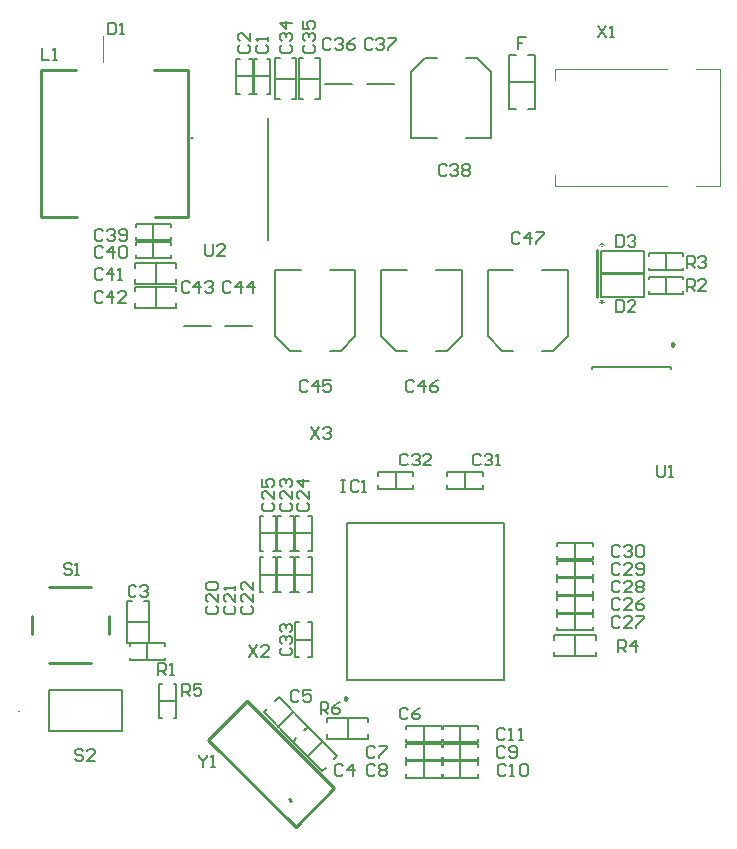
<source format=gto>
G04*
G04 #@! TF.GenerationSoftware,Altium Limited,Altium Designer,24.4.1 (13)*
G04*
G04 Layer_Color=65535*
%FSLAX25Y25*%
%MOIN*%
G70*
G04*
G04 #@! TF.SameCoordinates,15B434A4-4527-47F9-A3CB-D7505B607EAD*
G04*
G04*
G04 #@! TF.FilePolarity,Positive*
G04*
G01*
G75*
%ADD10C,0.01000*%
%ADD11C,0.00787*%
%ADD12C,0.00984*%
%ADD13C,0.00394*%
%ADD14C,0.00591*%
G36*
X300976Y400655D02*
X300971Y400650D01*
X300961Y400640D01*
X300946Y400620D01*
X300926Y400595D01*
X300901Y400565D01*
X300871Y400530D01*
X300806Y400450D01*
X300736Y400370D01*
X300666Y400290D01*
X300596Y400215D01*
X300566Y400185D01*
X300541Y400160D01*
X300546D01*
X300556Y400155D01*
X300576D01*
X300601Y400150D01*
X300631Y400140D01*
X300666Y400135D01*
X300746Y400115D01*
X300846Y400095D01*
X300956Y400070D01*
X301066Y400040D01*
X301181Y400010D01*
X301061Y399640D01*
X301056D01*
X301041Y399645D01*
X301021Y399655D01*
X300991Y399665D01*
X300961Y399675D01*
X300921Y399690D01*
X300831Y399725D01*
X300731Y399765D01*
X300631Y399810D01*
X300536Y399850D01*
X300496Y399875D01*
X300456Y399895D01*
Y399890D01*
Y399875D01*
X300461Y399850D01*
X300466Y399820D01*
Y399780D01*
X300471Y399735D01*
X300481Y399635D01*
X300491Y399525D01*
X300496Y399420D01*
X300506Y399320D01*
Y399275D01*
Y399240D01*
X300126D01*
Y399245D01*
Y399250D01*
Y399265D01*
Y399285D01*
X300131Y399310D01*
Y399345D01*
X300136Y399420D01*
X300146Y399515D01*
X300156Y399625D01*
X300171Y399750D01*
X300191Y399890D01*
X300186D01*
X300176Y399885D01*
X300161Y399875D01*
X300141Y399865D01*
X300116Y399855D01*
X300086Y399840D01*
X300011Y399810D01*
X299921Y399770D01*
X299811Y399725D01*
X299696Y399685D01*
X299571Y399640D01*
X299446Y400010D01*
X299451D01*
X299461Y400015D01*
X299481Y400020D01*
X299501Y400030D01*
X299531Y400040D01*
X299571Y400050D01*
X299651Y400070D01*
X299751Y400095D01*
X299861Y400120D01*
X299981Y400145D01*
X300101Y400160D01*
X300091Y400165D01*
X300071Y400185D01*
X300036Y400225D01*
X299986Y400275D01*
X299921Y400340D01*
X299841Y400430D01*
X299751Y400530D01*
X299706Y400590D01*
X299651Y400655D01*
X299966Y400875D01*
X299971Y400865D01*
X299991Y400835D01*
X300026Y400790D01*
X300066Y400730D01*
X300121Y400650D01*
X300181Y400550D01*
X300251Y400440D01*
X300326Y400315D01*
Y400320D01*
X300336Y400330D01*
X300346Y400350D01*
X300361Y400375D01*
X300376Y400405D01*
X300396Y400440D01*
X300441Y400525D01*
X300496Y400615D01*
X300551Y400705D01*
X300611Y400795D01*
X300666Y400875D01*
X300976Y400655D01*
D02*
G37*
G36*
Y419749D02*
X300971Y419744D01*
X300961Y419734D01*
X300946Y419714D01*
X300926Y419689D01*
X300901Y419659D01*
X300871Y419624D01*
X300806Y419544D01*
X300736Y419464D01*
X300666Y419384D01*
X300596Y419309D01*
X300566Y419279D01*
X300541Y419254D01*
X300546D01*
X300556Y419249D01*
X300576D01*
X300601Y419244D01*
X300631Y419234D01*
X300666Y419229D01*
X300746Y419209D01*
X300846Y419189D01*
X300956Y419164D01*
X301066Y419134D01*
X301181Y419104D01*
X301061Y418734D01*
X301056D01*
X301041Y418739D01*
X301021Y418749D01*
X300991Y418759D01*
X300961Y418769D01*
X300921Y418784D01*
X300831Y418819D01*
X300731Y418859D01*
X300631Y418904D01*
X300536Y418944D01*
X300496Y418969D01*
X300456Y418989D01*
Y418984D01*
Y418969D01*
X300461Y418944D01*
X300466Y418914D01*
Y418874D01*
X300471Y418829D01*
X300481Y418729D01*
X300491Y418619D01*
X300496Y418514D01*
X300506Y418414D01*
Y418369D01*
Y418334D01*
X300126D01*
Y418339D01*
Y418344D01*
Y418359D01*
Y418379D01*
X300131Y418404D01*
Y418439D01*
X300136Y418514D01*
X300146Y418609D01*
X300156Y418719D01*
X300171Y418844D01*
X300191Y418984D01*
X300186D01*
X300176Y418979D01*
X300161Y418969D01*
X300141Y418959D01*
X300116Y418949D01*
X300086Y418934D01*
X300011Y418904D01*
X299921Y418864D01*
X299811Y418819D01*
X299696Y418779D01*
X299571Y418734D01*
X299446Y419104D01*
X299451D01*
X299461Y419109D01*
X299481Y419114D01*
X299501Y419124D01*
X299531Y419134D01*
X299571Y419144D01*
X299651Y419164D01*
X299751Y419189D01*
X299861Y419214D01*
X299981Y419239D01*
X300101Y419254D01*
X300091Y419259D01*
X300071Y419279D01*
X300036Y419319D01*
X299986Y419369D01*
X299921Y419434D01*
X299841Y419524D01*
X299751Y419624D01*
X299706Y419684D01*
X299651Y419749D01*
X299966Y419969D01*
X299971Y419959D01*
X299991Y419929D01*
X300026Y419884D01*
X300066Y419824D01*
X300121Y419744D01*
X300181Y419644D01*
X300251Y419534D01*
X300326Y419409D01*
Y419414D01*
X300336Y419424D01*
X300346Y419444D01*
X300361Y419469D01*
X300376Y419499D01*
X300396Y419534D01*
X300441Y419619D01*
X300496Y419709D01*
X300551Y419799D01*
X300611Y419889D01*
X300666Y419969D01*
X300976Y419749D01*
D02*
G37*
D10*
X196081Y234199D02*
X196752Y233793D01*
X196154Y234301D01*
X198201Y224878D02*
X211146Y237823D01*
X168970Y254109D02*
X181915Y267054D01*
X168970Y254109D02*
X198201Y224878D01*
X181915Y267054D02*
X211146Y237823D01*
X116142Y305118D02*
X129921D01*
X135827Y289370D02*
Y295276D01*
X116142Y279527D02*
X129921D01*
X110236Y289370D02*
Y295276D01*
X162402Y428150D02*
Y477362D01*
X113189Y428150D02*
Y477362D01*
X151268Y428150D02*
X162402D01*
X150996Y477362D02*
X162402D01*
X113189D02*
X125024D01*
X113189Y428150D02*
X125295D01*
D11*
X164102Y454681D02*
X163402D01*
X164102D01*
X314173Y401772D02*
Y409252D01*
X300000Y401772D02*
X314173D01*
X300000Y409252D02*
X314173D01*
X300000Y401772D02*
Y409252D01*
X189012Y420551D02*
Y461339D01*
X323386Y377756D02*
Y378346D01*
X297008D02*
X323386D01*
X297008Y377756D02*
Y378346D01*
X140354Y256811D02*
Y270748D01*
X115945Y256811D02*
X140354D01*
X115945D02*
Y270748D01*
X140354D01*
X215260Y274047D02*
Y326409D01*
X267622D01*
Y274047D02*
Y326409D01*
X215260Y274047D02*
X267622D01*
X300000Y409646D02*
Y417126D01*
X314173D01*
X300000Y409646D02*
X314173D01*
Y417126D01*
X267077Y383760D02*
X270768D01*
X262205Y388632D02*
X267077Y383760D01*
X284104D02*
X288976Y388632D01*
X280413Y383760D02*
X284104D01*
X262205Y388632D02*
Y410532D01*
X270768D01*
X280413D02*
X288976D01*
Y388632D02*
Y410532D01*
X231644Y383760D02*
X235335D01*
X226772Y388632D02*
X231644Y383760D01*
X248671D02*
X253543Y388632D01*
X244980Y383760D02*
X248671D01*
X226772Y388632D02*
Y410532D01*
X235335D01*
X244980D02*
X253543D01*
Y388632D02*
Y410532D01*
X196211Y383760D02*
X199902D01*
X191339Y388632D02*
X196211Y383760D01*
X213238D02*
X218110Y388632D01*
X209547Y383760D02*
X213238D01*
X191339Y388632D02*
Y410532D01*
X199902D01*
X209547D02*
X218110D01*
Y388632D02*
Y410532D01*
X174606Y391850D02*
X183661D01*
X160827D02*
X169882D01*
X254823Y481398D02*
X258514D01*
X263386Y476526D01*
X236614D02*
X241486Y481398D01*
X245177D01*
X263386Y454626D02*
Y476526D01*
X254823Y454626D02*
X263386D01*
X236614D02*
X245177D01*
X236614D02*
Y476526D01*
X221850Y472559D02*
X230906D01*
X208071D02*
X217126D01*
X206496Y262796D02*
Y266732D01*
X208464D01*
X209120Y266076D01*
Y264764D01*
X208464Y264108D01*
X206496D01*
X207808D02*
X209120Y262796D01*
X213056Y266732D02*
X211744Y266076D01*
X210432Y264764D01*
Y263452D01*
X211088Y262796D01*
X212400D01*
X213056Y263452D01*
Y264108D01*
X212400Y264764D01*
X210432D01*
X304921Y400590D02*
Y396654D01*
X306889D01*
X307545Y397310D01*
Y399934D01*
X306889Y400590D01*
X304921D01*
X311481Y396654D02*
X308857D01*
X311481Y399278D01*
Y399934D01*
X310825Y400590D01*
X309513D01*
X308857Y399934D01*
X273096Y422572D02*
X272440Y423228D01*
X271128D01*
X270472Y422572D01*
Y419948D01*
X271128Y419292D01*
X272440D01*
X273096Y419948D01*
X276376Y419292D02*
Y423228D01*
X274408Y421260D01*
X277032D01*
X278344Y423228D02*
X280968D01*
Y422572D01*
X278344Y419948D01*
Y419292D01*
X237663Y373359D02*
X237007Y374015D01*
X235695D01*
X235039Y373359D01*
Y370735D01*
X235695Y370079D01*
X237007D01*
X237663Y370735D01*
X240943Y370079D02*
Y374015D01*
X238975Y372047D01*
X241599D01*
X245535Y374015D02*
X244223Y373359D01*
X242911Y372047D01*
Y370735D01*
X243567Y370079D01*
X244879D01*
X245535Y370735D01*
Y371391D01*
X244879Y372047D01*
X242911D01*
X202230Y373359D02*
X201574Y374015D01*
X200262D01*
X199606Y373359D01*
Y370735D01*
X200262Y370079D01*
X201574D01*
X202230Y370735D01*
X205510Y370079D02*
Y374015D01*
X203542Y372047D01*
X206166D01*
X210102Y374015D02*
X207478D01*
Y372047D01*
X208790Y372703D01*
X209446D01*
X210102Y372047D01*
Y370735D01*
X209446Y370079D01*
X208134D01*
X207478Y370735D01*
X176624Y406380D02*
X175968Y407036D01*
X174656D01*
X174000Y406380D01*
Y403756D01*
X174656Y403100D01*
X175968D01*
X176624Y403756D01*
X179904Y403100D02*
Y407036D01*
X177936Y405068D01*
X180560D01*
X183839Y403100D02*
Y407036D01*
X181871Y405068D01*
X184495D01*
X162824Y406380D02*
X162168Y407036D01*
X160856D01*
X160200Y406380D01*
Y403756D01*
X160856Y403100D01*
X162168D01*
X162824Y403756D01*
X166104Y403100D02*
Y407036D01*
X164136Y405068D01*
X166760D01*
X168071Y406380D02*
X168727Y407036D01*
X170039D01*
X170695Y406380D01*
Y405724D01*
X170039Y405068D01*
X169383D01*
X170039D01*
X170695Y404412D01*
Y403756D01*
X170039Y403100D01*
X168727D01*
X168071Y403756D01*
X133847Y402818D02*
X133192Y403474D01*
X131880D01*
X131224Y402818D01*
Y400195D01*
X131880Y399539D01*
X133192D01*
X133847Y400195D01*
X137127Y399539D02*
Y403474D01*
X135159Y401506D01*
X137783D01*
X141719Y399539D02*
X139095D01*
X141719Y402162D01*
Y402818D01*
X141063Y403474D01*
X139751D01*
X139095Y402818D01*
X133847Y410718D02*
X133192Y411374D01*
X131880D01*
X131224Y410718D01*
Y408095D01*
X131880Y407439D01*
X133192D01*
X133847Y408095D01*
X137127Y407439D02*
Y411374D01*
X135159Y409406D01*
X137783D01*
X139095Y407439D02*
X140407D01*
X139751D01*
Y411374D01*
X139095Y410718D01*
X134047Y417818D02*
X133391Y418474D01*
X132080D01*
X131424Y417818D01*
Y415195D01*
X132080Y414539D01*
X133391D01*
X134047Y415195D01*
X137327Y414539D02*
Y418474D01*
X135359Y416506D01*
X137983D01*
X139295Y417818D02*
X139951Y418474D01*
X141263D01*
X141919Y417818D01*
Y415195D01*
X141263Y414539D01*
X139951D01*
X139295Y415195D01*
Y417818D01*
X134047Y423718D02*
X133391Y424374D01*
X132080D01*
X131424Y423718D01*
Y421095D01*
X132080Y420439D01*
X133391D01*
X134047Y421095D01*
X135359Y423718D02*
X136015Y424374D01*
X137327D01*
X137983Y423718D01*
Y423062D01*
X137327Y422406D01*
X136671D01*
X137327D01*
X137983Y421750D01*
Y421095D01*
X137327Y420439D01*
X136015D01*
X135359Y421095D01*
X139295D02*
X139951Y420439D01*
X141263D01*
X141919Y421095D01*
Y423718D01*
X141263Y424374D01*
X139951D01*
X139295Y423718D01*
Y423062D01*
X139951Y422406D01*
X141919D01*
X248490Y445210D02*
X247834Y445865D01*
X246522D01*
X245866Y445210D01*
Y442586D01*
X246522Y441930D01*
X247834D01*
X248490Y442586D01*
X249802Y445210D02*
X250458Y445865D01*
X251770D01*
X252426Y445210D01*
Y444554D01*
X251770Y443898D01*
X251114D01*
X251770D01*
X252426Y443242D01*
Y442586D01*
X251770Y441930D01*
X250458D01*
X249802Y442586D01*
X253738Y445210D02*
X254394Y445865D01*
X255705D01*
X256361Y445210D01*
Y444554D01*
X255705Y443898D01*
X256361Y443242D01*
Y442586D01*
X255705Y441930D01*
X254394D01*
X253738Y442586D01*
Y443242D01*
X254394Y443898D01*
X253738Y444554D01*
Y445210D01*
X254394Y443898D02*
X255705D01*
X223824Y487180D02*
X223168Y487836D01*
X221856D01*
X221200Y487180D01*
Y484556D01*
X221856Y483900D01*
X223168D01*
X223824Y484556D01*
X225136Y487180D02*
X225792Y487836D01*
X227104D01*
X227760Y487180D01*
Y486524D01*
X227104Y485868D01*
X226448D01*
X227104D01*
X227760Y485212D01*
Y484556D01*
X227104Y483900D01*
X225792D01*
X225136Y484556D01*
X229071Y487836D02*
X231695D01*
Y487180D01*
X229071Y484556D01*
Y483900D01*
X210024Y487180D02*
X209368Y487836D01*
X208056D01*
X207400Y487180D01*
Y484556D01*
X208056Y483900D01*
X209368D01*
X210024Y484556D01*
X211336Y487180D02*
X211992Y487836D01*
X213304D01*
X213960Y487180D01*
Y486524D01*
X213304Y485868D01*
X212648D01*
X213304D01*
X213960Y485212D01*
Y484556D01*
X213304Y483900D01*
X211992D01*
X211336Y484556D01*
X217895Y487836D02*
X216583Y487180D01*
X215271Y485868D01*
Y484556D01*
X215927Y483900D01*
X217239D01*
X217895Y484556D01*
Y485212D01*
X217239Y485868D01*
X215271D01*
X201444Y485695D02*
X200788Y485039D01*
Y483727D01*
X201444Y483071D01*
X204068D01*
X204724Y483727D01*
Y485039D01*
X204068Y485695D01*
X201444Y487007D02*
X200788Y487663D01*
Y488975D01*
X201444Y489630D01*
X202100D01*
X202756Y488975D01*
Y488318D01*
Y488975D01*
X203412Y489630D01*
X204068D01*
X204724Y488975D01*
Y487663D01*
X204068Y487007D01*
X200788Y493566D02*
Y490942D01*
X202756D01*
X202100Y492254D01*
Y492910D01*
X202756Y493566D01*
X204068D01*
X204724Y492910D01*
Y491598D01*
X204068Y490942D01*
X193570Y485695D02*
X192914Y485039D01*
Y483727D01*
X193570Y483071D01*
X196194D01*
X196850Y483727D01*
Y485039D01*
X196194Y485695D01*
X193570Y487007D02*
X192914Y487663D01*
Y488975D01*
X193570Y489630D01*
X194226D01*
X194882Y488975D01*
Y488318D01*
Y488975D01*
X195538Y489630D01*
X196194D01*
X196850Y488975D01*
Y487663D01*
X196194Y487007D01*
X196850Y492910D02*
X192914D01*
X194882Y490942D01*
Y493566D01*
X166142Y249015D02*
Y248359D01*
X167454Y247047D01*
X168766Y248359D01*
Y249015D01*
X167454Y247047D02*
Y245079D01*
X170078D02*
X171389D01*
X170733D01*
Y249015D01*
X170078Y248359D01*
X203300Y358336D02*
X205924Y354400D01*
Y358336D02*
X203300Y354400D01*
X207236Y357680D02*
X207892Y358336D01*
X209204D01*
X209860Y357680D01*
Y357024D01*
X209204Y356368D01*
X208548D01*
X209204D01*
X209860Y355712D01*
Y355056D01*
X209204Y354400D01*
X207892D01*
X207236Y355056D01*
X182600Y285536D02*
X185224Y281600D01*
Y285536D02*
X182600Y281600D01*
X189160D02*
X186536D01*
X189160Y284224D01*
Y284880D01*
X188504Y285536D01*
X187192D01*
X186536Y284880D01*
X299016Y492125D02*
X301640Y488190D01*
Y492125D02*
X299016Y488190D01*
X302952D02*
X304263D01*
X303608D01*
Y492125D01*
X302952Y491469D01*
X168110Y419291D02*
Y416011D01*
X168766Y415355D01*
X170078D01*
X170734Y416011D01*
Y419291D01*
X174670Y415355D02*
X172046D01*
X174670Y417979D01*
Y418635D01*
X174014Y419291D01*
X172702D01*
X172046Y418635D01*
X318701Y345472D02*
Y342192D01*
X319357Y341536D01*
X320669D01*
X321325Y342192D01*
Y345472D01*
X322637Y341536D02*
X323948D01*
X323292D01*
Y345472D01*
X322637Y344816D01*
X127427Y250328D02*
X126771Y250984D01*
X125459D01*
X124803Y250328D01*
Y249672D01*
X125459Y249016D01*
X126771D01*
X127427Y248360D01*
Y247704D01*
X126771Y247048D01*
X125459D01*
X124803Y247704D01*
X131363Y247048D02*
X128739D01*
X131363Y249672D01*
Y250328D01*
X130707Y250984D01*
X129395D01*
X128739Y250328D01*
X123490Y312335D02*
X122834Y312991D01*
X121522D01*
X120866Y312335D01*
Y311680D01*
X121522Y311024D01*
X122834D01*
X123490Y310368D01*
Y309712D01*
X122834Y309056D01*
X121522D01*
X120866Y309712D01*
X124802Y309056D02*
X126114D01*
X125458D01*
Y312991D01*
X124802Y312335D01*
X160236Y268701D02*
Y272637D01*
X162204D01*
X162860Y271981D01*
Y270669D01*
X162204Y270013D01*
X160236D01*
X161548D02*
X162860Y268701D01*
X166796Y272637D02*
X164172D01*
Y270669D01*
X165484Y271325D01*
X166140D01*
X166796Y270669D01*
Y269357D01*
X166140Y268701D01*
X164828D01*
X164172Y269357D01*
X305775Y283465D02*
Y287401D01*
X307743D01*
X308399Y286745D01*
Y285433D01*
X307743Y284777D01*
X305775D01*
X307087D02*
X308399Y283465D01*
X311679D02*
Y287401D01*
X309711Y285433D01*
X312335D01*
X328543Y411418D02*
Y415354D01*
X330511D01*
X331167Y414698D01*
Y413386D01*
X330511Y412730D01*
X328543D01*
X329855D02*
X331167Y411418D01*
X332479Y414698D02*
X333135Y415354D01*
X334447D01*
X335103Y414698D01*
Y414042D01*
X334447Y413386D01*
X333791D01*
X334447D01*
X335103Y412730D01*
Y412074D01*
X334447Y411418D01*
X333135D01*
X332479Y412074D01*
X328543Y403544D02*
Y407480D01*
X330511D01*
X331167Y406824D01*
Y405512D01*
X330511Y404856D01*
X328543D01*
X329855D02*
X331167Y403544D01*
X335103D02*
X332479D01*
X335103Y406168D01*
Y406824D01*
X334447Y407480D01*
X333135D01*
X332479Y406824D01*
X152362Y275591D02*
Y279527D01*
X154330D01*
X154986Y278871D01*
Y277559D01*
X154330Y276903D01*
X152362D01*
X153674D02*
X154986Y275591D01*
X156298D02*
X157610D01*
X156954D01*
Y279527D01*
X156298Y278871D01*
X113500Y484636D02*
Y480700D01*
X116124D01*
X117436D02*
X118748D01*
X118092D01*
Y484636D01*
X117436Y483980D01*
X213256Y340551D02*
X214568D01*
X213912D01*
Y336615D01*
X213256D01*
X214568D01*
X219160Y339895D02*
X218504Y340551D01*
X217192D01*
X216536Y339895D01*
Y337271D01*
X217192Y336615D01*
X218504D01*
X219160Y337271D01*
X220472Y336615D02*
X221783D01*
X221128D01*
Y340551D01*
X220472Y339895D01*
X275065Y488188D02*
X272441D01*
Y486221D01*
X273753D01*
X272441D01*
Y484253D01*
X304921Y422243D02*
Y418308D01*
X306889D01*
X307545Y418964D01*
Y421588D01*
X306889Y422243D01*
X304921D01*
X308857Y421588D02*
X309513Y422243D01*
X310825D01*
X311481Y421588D01*
Y420931D01*
X310825Y420276D01*
X310169D01*
X310825D01*
X311481Y419620D01*
Y418964D01*
X310825Y418308D01*
X309513D01*
X308857Y418964D01*
X135630Y493110D02*
Y489174D01*
X137598D01*
X138254Y489830D01*
Y492454D01*
X137598Y493110D01*
X135630D01*
X139566Y489174D02*
X140878D01*
X140222D01*
Y493110D01*
X139566Y492454D01*
X259843Y348753D02*
X259187Y349409D01*
X257875D01*
X257219Y348753D01*
Y346129D01*
X257875Y345473D01*
X259187D01*
X259843Y346129D01*
X261155Y348753D02*
X261811Y349409D01*
X263123D01*
X263779Y348753D01*
Y348097D01*
X263123Y347441D01*
X262467D01*
X263123D01*
X263779Y346785D01*
Y346129D01*
X263123Y345473D01*
X261811D01*
X261155Y346129D01*
X265091Y345473D02*
X266403D01*
X265747D01*
Y349409D01*
X265091Y348753D01*
X193570Y284778D02*
X192914Y284122D01*
Y282810D01*
X193570Y282154D01*
X196194D01*
X196850Y282810D01*
Y284122D01*
X196194Y284778D01*
X193570Y286090D02*
X192914Y286746D01*
Y288057D01*
X193570Y288714D01*
X194226D01*
X194882Y288057D01*
Y287402D01*
Y288057D01*
X195538Y288714D01*
X196194D01*
X196850Y288057D01*
Y286746D01*
X196194Y286090D01*
X193570Y290025D02*
X192914Y290681D01*
Y291993D01*
X193570Y292649D01*
X194226D01*
X194882Y291993D01*
Y291337D01*
Y291993D01*
X195538Y292649D01*
X196194D01*
X196850Y291993D01*
Y290681D01*
X196194Y290025D01*
X235565Y348753D02*
X234909Y349409D01*
X233597D01*
X232941Y348753D01*
Y346129D01*
X233597Y345473D01*
X234909D01*
X235565Y346129D01*
X236877Y348753D02*
X237533Y349409D01*
X238845D01*
X239501Y348753D01*
Y348097D01*
X238845Y347441D01*
X238189D01*
X238845D01*
X239501Y346785D01*
Y346129D01*
X238845Y345473D01*
X237533D01*
X236877Y346129D01*
X243437Y345473D02*
X240813D01*
X243437Y348097D01*
Y348753D01*
X242781Y349409D01*
X241469D01*
X240813Y348753D01*
X306431Y318241D02*
X305775Y318897D01*
X304463D01*
X303807Y318241D01*
Y315617D01*
X304463Y314961D01*
X305775D01*
X306431Y315617D01*
X307743Y318241D02*
X308399Y318897D01*
X309711D01*
X310367Y318241D01*
Y317585D01*
X309711Y316929D01*
X309055D01*
X309711D01*
X310367Y316273D01*
Y315617D01*
X309711Y314961D01*
X308399D01*
X307743Y315617D01*
X311679Y318241D02*
X312335Y318897D01*
X313647D01*
X314303Y318241D01*
Y315617D01*
X313647Y314961D01*
X312335D01*
X311679Y315617D01*
Y318241D01*
X306431Y312335D02*
X305775Y312991D01*
X304463D01*
X303807Y312335D01*
Y309712D01*
X304463Y309056D01*
X305775D01*
X306431Y309712D01*
X310367Y309056D02*
X307743D01*
X310367Y311680D01*
Y312335D01*
X309711Y312991D01*
X308399D01*
X307743Y312335D01*
X311679Y309712D02*
X312335Y309056D01*
X313647D01*
X314303Y309712D01*
Y312335D01*
X313647Y312991D01*
X312335D01*
X311679Y312335D01*
Y311680D01*
X312335Y311024D01*
X314303D01*
X306431Y306430D02*
X305775Y307086D01*
X304463D01*
X303807Y306430D01*
Y303806D01*
X304463Y303150D01*
X305775D01*
X306431Y303806D01*
X310367Y303150D02*
X307743D01*
X310367Y305774D01*
Y306430D01*
X309711Y307086D01*
X308399D01*
X307743Y306430D01*
X311679D02*
X312335Y307086D01*
X313647D01*
X314303Y306430D01*
Y305774D01*
X313647Y305118D01*
X314303Y304462D01*
Y303806D01*
X313647Y303150D01*
X312335D01*
X311679Y303806D01*
Y304462D01*
X312335Y305118D01*
X311679Y305774D01*
Y306430D01*
X312335Y305118D02*
X313647D01*
X306431Y294619D02*
X305775Y295275D01*
X304463D01*
X303807Y294619D01*
Y291995D01*
X304463Y291339D01*
X305775D01*
X306431Y291995D01*
X310367Y291339D02*
X307743D01*
X310367Y293963D01*
Y294619D01*
X309711Y295275D01*
X308399D01*
X307743Y294619D01*
X311679Y295275D02*
X314303D01*
Y294619D01*
X311679Y291995D01*
Y291339D01*
X306431Y300524D02*
X305775Y301181D01*
X304463D01*
X303807Y300524D01*
Y297901D01*
X304463Y297245D01*
X305775D01*
X306431Y297901D01*
X310367Y297245D02*
X307743D01*
X310367Y299869D01*
Y300524D01*
X309711Y301181D01*
X308399D01*
X307743Y300524D01*
X314303Y301181D02*
X312991Y300524D01*
X311679Y299213D01*
Y297901D01*
X312335Y297245D01*
X313647D01*
X314303Y297901D01*
Y298557D01*
X313647Y299213D01*
X311679D01*
X187664Y333006D02*
X187009Y332350D01*
Y331038D01*
X187664Y330382D01*
X190288D01*
X190944Y331038D01*
Y332350D01*
X190288Y333006D01*
X190944Y336942D02*
Y334318D01*
X188320Y336942D01*
X187664D01*
X187009Y336286D01*
Y334974D01*
X187664Y334318D01*
X187009Y340878D02*
Y338254D01*
X188976D01*
X188320Y339566D01*
Y340222D01*
X188976Y340878D01*
X190288D01*
X190944Y340222D01*
Y338910D01*
X190288Y338254D01*
X199476Y333006D02*
X198819Y332350D01*
Y331038D01*
X199476Y330382D01*
X202099D01*
X202755Y331038D01*
Y332350D01*
X202099Y333006D01*
X202755Y336942D02*
Y334318D01*
X200131Y336942D01*
X199476D01*
X198819Y336286D01*
Y334974D01*
X199476Y334318D01*
X202755Y340222D02*
X198819D01*
X200787Y338254D01*
Y340878D01*
X193570Y333006D02*
X192914Y332350D01*
Y331038D01*
X193570Y330382D01*
X196194D01*
X196850Y331038D01*
Y332350D01*
X196194Y333006D01*
X196850Y336942D02*
Y334318D01*
X194226Y336942D01*
X193570D01*
X192914Y336286D01*
Y334974D01*
X193570Y334318D01*
Y338254D02*
X192914Y338910D01*
Y340222D01*
X193570Y340878D01*
X194226D01*
X194882Y340222D01*
Y339566D01*
Y340222D01*
X195538Y340878D01*
X196194D01*
X196850Y340222D01*
Y338910D01*
X196194Y338254D01*
X180775Y298687D02*
X180119Y298031D01*
Y296719D01*
X180775Y296063D01*
X183398D01*
X184055Y296719D01*
Y298031D01*
X183398Y298687D01*
X184055Y302623D02*
Y299999D01*
X181431Y302623D01*
X180775D01*
X180119Y301967D01*
Y300655D01*
X180775Y299999D01*
X184055Y306558D02*
Y303935D01*
X181431Y306558D01*
X180775D01*
X180119Y305902D01*
Y304590D01*
X180775Y303935D01*
X174869Y298687D02*
X174213Y298031D01*
Y296719D01*
X174869Y296063D01*
X177493D01*
X178149Y296719D01*
Y298031D01*
X177493Y298687D01*
X178149Y302623D02*
Y299999D01*
X175525Y302623D01*
X174869D01*
X174213Y301967D01*
Y300655D01*
X174869Y299999D01*
X178149Y303935D02*
Y305246D01*
Y304590D01*
X174213D01*
X174869Y303935D01*
X168964Y298687D02*
X168308Y298031D01*
Y296719D01*
X168964Y296063D01*
X171588D01*
X172243Y296719D01*
Y298031D01*
X171588Y298687D01*
X172243Y302623D02*
Y299999D01*
X169620Y302623D01*
X168964D01*
X168308Y301967D01*
Y300655D01*
X168964Y299999D01*
Y303935D02*
X168308Y304590D01*
Y305902D01*
X168964Y306558D01*
X171588D01*
X172243Y305902D01*
Y304590D01*
X171588Y303935D01*
X168964D01*
X268045Y257217D02*
X267389Y257873D01*
X266077D01*
X265421Y257217D01*
Y254594D01*
X266077Y253938D01*
X267389D01*
X268045Y254594D01*
X269357Y253938D02*
X270669D01*
X270013D01*
Y257873D01*
X269357Y257217D01*
X272637Y253938D02*
X273949D01*
X273293D01*
Y257873D01*
X272637Y257217D01*
X268373Y245406D02*
X267718Y246062D01*
X266406D01*
X265750Y245406D01*
Y242783D01*
X266406Y242127D01*
X267718D01*
X268373Y242783D01*
X269685Y242127D02*
X270997D01*
X270341D01*
Y246062D01*
X269685Y245406D01*
X272965D02*
X273621Y246062D01*
X274933D01*
X275589Y245406D01*
Y242783D01*
X274933Y242127D01*
X273621D01*
X272965Y242783D01*
Y245406D01*
X268045Y251312D02*
X267389Y251968D01*
X266077D01*
X265421Y251312D01*
Y248688D01*
X266077Y248032D01*
X267389D01*
X268045Y248688D01*
X269357D02*
X270013Y248032D01*
X271325D01*
X271981Y248688D01*
Y251312D01*
X271325Y251968D01*
X270013D01*
X269357Y251312D01*
Y250656D01*
X270013Y250000D01*
X271981D01*
X224738Y245406D02*
X224082Y246062D01*
X222770D01*
X222114Y245406D01*
Y242783D01*
X222770Y242127D01*
X224082D01*
X224738Y242783D01*
X226050Y245406D02*
X226706Y246062D01*
X228017D01*
X228674Y245406D01*
Y244750D01*
X228017Y244094D01*
X228674Y243439D01*
Y242783D01*
X228017Y242127D01*
X226706D01*
X226050Y242783D01*
Y243439D01*
X226706Y244094D01*
X226050Y244750D01*
Y245406D01*
X226706Y244094D02*
X228017D01*
X224738Y251312D02*
X224082Y251968D01*
X222770D01*
X222114Y251312D01*
Y248688D01*
X222770Y248032D01*
X224082D01*
X224738Y248688D01*
X226050Y251968D02*
X228674D01*
Y251312D01*
X226050Y248688D01*
Y248032D01*
X235564Y264107D02*
X234909Y264763D01*
X233597D01*
X232941Y264107D01*
Y261483D01*
X233597Y260827D01*
X234909D01*
X235564Y261483D01*
X239500Y264763D02*
X238188Y264107D01*
X236876Y262795D01*
Y261483D01*
X237532Y260827D01*
X238844D01*
X239500Y261483D01*
Y262139D01*
X238844Y262795D01*
X236876D01*
X199277Y270013D02*
X198621Y270669D01*
X197310D01*
X196653Y270013D01*
Y267389D01*
X197310Y266733D01*
X198621D01*
X199277Y267389D01*
X203213Y270669D02*
X200589D01*
Y268701D01*
X201901Y269357D01*
X202557D01*
X203213Y268701D01*
Y267389D01*
X202557Y266733D01*
X201245D01*
X200589Y267389D01*
X214041Y245406D02*
X213385Y246062D01*
X212073D01*
X211417Y245406D01*
Y242783D01*
X212073Y242127D01*
X213385D01*
X214041Y242783D01*
X217321Y242127D02*
Y246062D01*
X215353Y244094D01*
X217977D01*
X145143Y304855D02*
X144488Y305511D01*
X143176D01*
X142520Y304855D01*
Y302231D01*
X143176Y301575D01*
X144488D01*
X145143Y302231D01*
X146455Y304855D02*
X147111Y305511D01*
X148423D01*
X149079Y304855D01*
Y304199D01*
X148423Y303543D01*
X147767D01*
X148423D01*
X149079Y302887D01*
Y302231D01*
X148423Y301575D01*
X147111D01*
X146455Y302231D01*
X179790Y485695D02*
X179135Y485039D01*
Y483727D01*
X179790Y483071D01*
X182414D01*
X183070Y483727D01*
Y485039D01*
X182414Y485695D01*
X183070Y489630D02*
Y487007D01*
X180446Y489630D01*
X179790D01*
X179135Y488975D01*
Y487663D01*
X179790Y487007D01*
X185696Y485695D02*
X185040Y485039D01*
Y483727D01*
X185696Y483071D01*
X188320D01*
X188976Y483727D01*
Y485039D01*
X188320Y485695D01*
X188976Y487007D02*
Y488318D01*
Y487663D01*
X185040D01*
X185696Y487007D01*
D12*
X324331Y385827D02*
X323592Y386253D01*
Y385401D01*
X324331Y385827D01*
X215358Y267846D02*
X214620Y268273D01*
Y267420D01*
X215358Y267846D01*
X298819Y401575D02*
Y409575D01*
X298819Y409449D02*
Y417449D01*
D13*
X106102Y263779D02*
X105709D01*
X106102D01*
X331819Y477673D02*
X339496D01*
Y438697D02*
Y477673D01*
X331819Y438697D02*
X339496D01*
X284579Y477673D02*
X321976D01*
X284579Y473933D02*
Y477673D01*
Y438697D02*
Y442437D01*
Y438697D02*
X321976D01*
X133957Y479921D02*
Y488583D01*
D14*
X215551Y254330D02*
Y261417D01*
X222441Y259842D02*
Y261417D01*
X208661D02*
X222441D01*
X208661Y259842D02*
Y261417D01*
Y254330D02*
Y255905D01*
Y254330D02*
X222441D01*
Y255905D01*
X152756Y261221D02*
Y272638D01*
X153512D01*
X152756Y261221D02*
X153512D01*
X158268D02*
Y272638D01*
X157512Y261221D02*
X158268D01*
X152756Y266929D02*
X158268D01*
X157512Y272638D02*
X158268D01*
X291339Y281890D02*
Y288977D01*
X284449Y281890D02*
Y283465D01*
Y281890D02*
X298229D01*
Y283465D01*
Y287402D02*
Y288977D01*
X284449D02*
X298229D01*
X284449Y287402D02*
Y288977D01*
X315945Y410630D02*
X327362D01*
X315945D02*
Y411386D01*
X327362Y410630D02*
Y411386D01*
X315945Y416142D02*
X327362D01*
Y415386D02*
Y416142D01*
X321654Y410630D02*
Y416142D01*
X315945Y415386D02*
Y416142D01*
Y402756D02*
X327362D01*
X315945D02*
Y403512D01*
X327362Y402756D02*
Y403512D01*
X315945Y408268D02*
X327362D01*
Y407512D02*
Y408268D01*
X321654Y402756D02*
Y408268D01*
X315945Y407512D02*
Y408268D01*
X143110Y280709D02*
X154528D01*
X143110D02*
Y281465D01*
X154528Y280709D02*
Y281465D01*
X143110Y286221D02*
X154528D01*
Y285465D02*
Y286221D01*
X148819Y280709D02*
Y286221D01*
X143110Y285465D02*
Y286221D01*
X275591Y482185D02*
X277854D01*
Y464272D02*
Y482185D01*
X275591Y464272D02*
X277854D01*
X269390Y473228D02*
X277756D01*
X269390Y482185D02*
X271654D01*
X269390Y464272D02*
X271654D01*
X269390D02*
Y482185D01*
X158465Y398031D02*
Y399606D01*
X144685Y398031D02*
X158465D01*
X144685D02*
Y399606D01*
Y403543D02*
Y405118D01*
X158465D01*
Y403543D02*
Y405118D01*
X151575Y398031D02*
Y405118D01*
X158465Y405905D02*
Y407480D01*
X144685Y405905D02*
X158465D01*
X144685D02*
Y407480D01*
Y411417D02*
Y412992D01*
X158465D01*
Y411417D02*
Y412992D01*
X151575Y405905D02*
Y412992D01*
X144882Y420079D02*
X156693D01*
X144882Y418898D02*
Y420079D01*
X156693Y418898D02*
Y420079D01*
X144882Y414567D02*
Y415748D01*
Y414567D02*
X156693D01*
Y415748D01*
X150787Y414567D02*
Y420079D01*
X144882Y425984D02*
X156693D01*
X144882Y424803D02*
Y425984D01*
X156693Y424803D02*
Y425984D01*
X144882Y420472D02*
Y421654D01*
Y420472D02*
X156693D01*
Y421654D01*
X150787Y420472D02*
Y425984D01*
X199213Y467520D02*
X200787D01*
X199213D02*
Y481299D01*
X200787D01*
X204724D02*
X206299D01*
Y467520D02*
Y481299D01*
X204724Y467520D02*
X206299D01*
X199213Y474409D02*
X206299D01*
X191339Y467520D02*
X192913D01*
X191339D02*
Y481299D01*
X192913D01*
X196850D02*
X198425D01*
Y467520D02*
Y481299D01*
X196850Y467520D02*
X198425D01*
X191339Y474409D02*
X198425D01*
X198031Y281496D02*
Y293307D01*
Y281496D02*
X199213D01*
X198031Y293307D02*
X199213D01*
X202362Y281496D02*
X203543D01*
Y293307D01*
X202362D02*
X203543D01*
X198031Y287402D02*
X203543D01*
X225590Y343307D02*
X237402D01*
X225590Y342126D02*
Y343307D01*
X237402Y342126D02*
Y343307D01*
X225590Y337795D02*
Y338976D01*
Y337795D02*
X237402D01*
Y338976D01*
X231496Y337795D02*
Y343307D01*
X248819D02*
X260630D01*
X248819Y342126D02*
Y343307D01*
X260630Y342126D02*
Y343307D01*
X248819Y337795D02*
Y338976D01*
Y337795D02*
X260630D01*
Y338976D01*
X254724Y337795D02*
Y343307D01*
X285433Y314173D02*
X297244D01*
Y315354D01*
X285433Y314173D02*
Y315354D01*
X297244Y318504D02*
Y319685D01*
X285433D02*
X297244D01*
X285433Y318504D02*
Y319685D01*
X291339Y314173D02*
Y319685D01*
X285433Y308268D02*
X297244D01*
Y309449D01*
X285433Y308268D02*
Y309449D01*
X297244Y312598D02*
Y313779D01*
X285433D02*
X297244D01*
X285433Y312598D02*
Y313779D01*
X291339Y308268D02*
Y313779D01*
X285433Y302362D02*
X297244D01*
Y303543D01*
X285433Y302362D02*
Y303543D01*
X297244Y306693D02*
Y307874D01*
X285433D02*
X297244D01*
X285433Y306693D02*
Y307874D01*
X291339Y302362D02*
Y307874D01*
X285433Y290551D02*
X297244D01*
Y291732D01*
X285433Y290551D02*
Y291732D01*
X297244Y294882D02*
Y296063D01*
X285433D02*
X297244D01*
X285433Y294882D02*
Y296063D01*
X291339Y290551D02*
Y296063D01*
X285433Y296457D02*
X297244D01*
Y297638D01*
X285433Y296457D02*
Y297638D01*
X297244Y300787D02*
Y301969D01*
X285433D02*
X297244D01*
X285433Y300787D02*
Y301969D01*
X291339Y296457D02*
Y301969D01*
X191732Y316929D02*
Y328740D01*
X190551D02*
X191732D01*
X190551Y316929D02*
X191732D01*
X186221Y328740D02*
X187402D01*
X186221Y316929D02*
Y328740D01*
Y316929D02*
X187402D01*
X186221Y322835D02*
X191732D01*
X203543Y316929D02*
Y328740D01*
X202362D02*
X203543D01*
X202362Y316929D02*
X203543D01*
X198031Y328740D02*
X199213D01*
X198031Y316929D02*
Y328740D01*
Y316929D02*
X199213D01*
X198031Y322835D02*
X203543D01*
X197638Y316929D02*
Y328740D01*
X196457D02*
X197638D01*
X196457Y316929D02*
X197638D01*
X192126Y328740D02*
X193307D01*
X192126Y316929D02*
Y328740D01*
Y316929D02*
X193307D01*
X192126Y322835D02*
X197638D01*
X198031Y303150D02*
Y314961D01*
Y303150D02*
X199213D01*
X198031Y314961D02*
X199213D01*
X202362Y303150D02*
X203543D01*
Y314961D01*
X202362D02*
X203543D01*
X198031Y309055D02*
X203543D01*
X192126Y303150D02*
Y314961D01*
Y303150D02*
X193307D01*
X192126Y314961D02*
X193307D01*
X196457Y303150D02*
X197638D01*
Y314961D01*
X196457D02*
X197638D01*
X192126Y309055D02*
X197638D01*
X186221Y303150D02*
Y314961D01*
Y303150D02*
X187402D01*
X186221Y314961D02*
X187402D01*
X190551Y303150D02*
X191732D01*
Y314961D01*
X190551D02*
X191732D01*
X186221Y309055D02*
X191732D01*
X247244Y253150D02*
X259055D01*
Y254331D01*
X247244Y253150D02*
Y254331D01*
X259055Y257480D02*
Y258661D01*
X247244D02*
X259055D01*
X247244Y257480D02*
Y258661D01*
X253150Y253150D02*
Y258661D01*
X247244Y241339D02*
X259055D01*
Y242520D01*
X247244Y241339D02*
Y242520D01*
X259055Y245669D02*
Y246850D01*
X247244D02*
X259055D01*
X247244Y245669D02*
Y246850D01*
X253150Y241339D02*
Y246850D01*
X247244Y247244D02*
X259055D01*
Y248425D01*
X247244Y247244D02*
Y248425D01*
X259055Y251575D02*
Y252756D01*
X247244D02*
X259055D01*
X247244Y251575D02*
Y252756D01*
X253150Y247244D02*
Y252756D01*
X235039Y246850D02*
X246850D01*
X235039Y245669D02*
Y246850D01*
X246850Y245669D02*
Y246850D01*
X235039Y241339D02*
Y242520D01*
Y241339D02*
X246850D01*
Y242520D01*
X240945Y241339D02*
Y246850D01*
X235039Y252756D02*
X246850D01*
X235039Y251575D02*
Y252756D01*
X246850Y251575D02*
Y252756D01*
X235039Y247244D02*
Y248425D01*
Y247244D02*
X246850D01*
Y248425D01*
X240945Y247244D02*
Y252756D01*
X235039Y258661D02*
X246850D01*
X235039Y257480D02*
Y258661D01*
X246850Y257480D02*
Y258661D01*
X235039Y253150D02*
Y254331D01*
Y253150D02*
X246850D01*
Y254331D01*
X240945Y253150D02*
Y258661D01*
X197248Y253450D02*
X198362Y254563D01*
X187505Y263193D02*
X197248Y253450D01*
X187505Y263193D02*
X188618Y264307D01*
X191402Y267091D02*
X192516Y268204D01*
X202259Y258460D01*
X201146Y257347D02*
X202259Y258460D01*
X192376Y258321D02*
X197387Y263332D01*
X201245Y257248D02*
X202358Y258362D01*
X212102Y248618D01*
X210988Y247504D02*
X212102Y248618D01*
X207091Y243607D02*
X208204Y244721D01*
X197347Y253351D02*
X207091Y243607D01*
X197347Y253351D02*
X198461Y254464D01*
X202219Y248479D02*
X207230Y253490D01*
X142126Y286417D02*
X143701D01*
X142126D02*
Y300197D01*
X143701D01*
X147638D02*
X149213D01*
Y286417D02*
Y300197D01*
X147638Y286417D02*
X149213D01*
X142126Y293307D02*
X149213D01*
X183858Y469291D02*
Y481102D01*
X182677D02*
X183858D01*
X182677Y469291D02*
X183858D01*
X178347Y481102D02*
X179528D01*
X178347Y469291D02*
Y481102D01*
Y469291D02*
X179528D01*
X178347Y475197D02*
X183858D01*
X189764Y469291D02*
Y481102D01*
X188583D02*
X189764D01*
X188583Y469291D02*
X189764D01*
X184252Y481102D02*
X185433D01*
X184252Y469291D02*
Y481102D01*
Y469291D02*
X185433D01*
X184252Y475197D02*
X189764D01*
M02*

</source>
